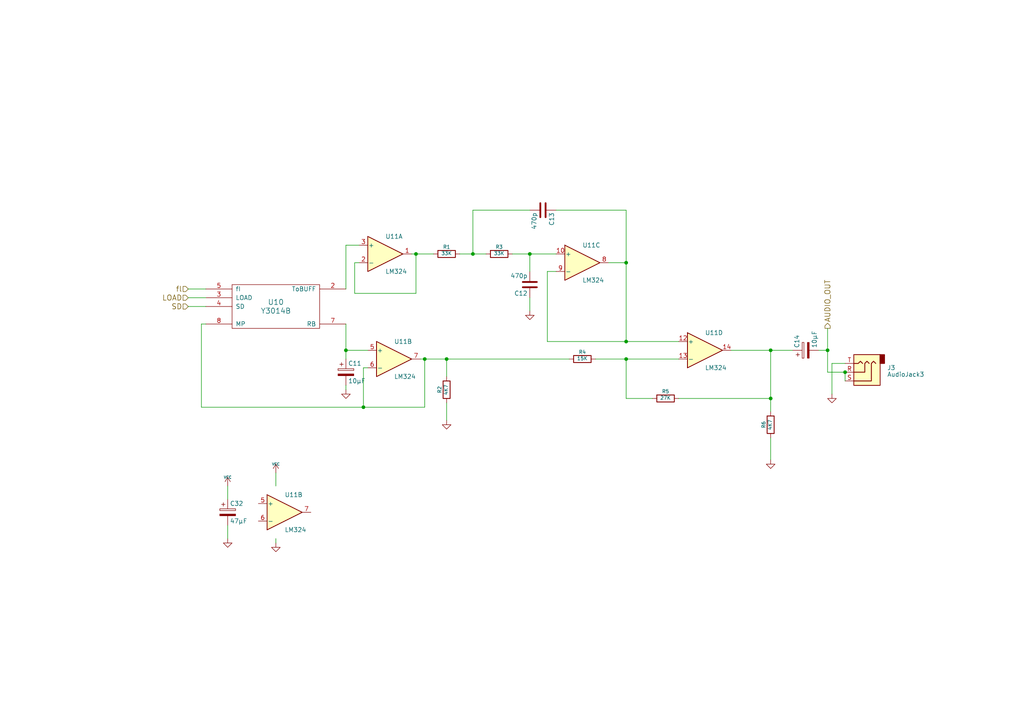
<source format=kicad_sch>
(kicad_sch (version 20230121) (generator eeschema)
  (paper "A4")
  (lib_symbols
    (symbol "Amplifier_Operational:LM324" (pin_names (offset 0.127))
      (property "Reference" "U" (at 0 5.08 0))
      (property "Value" "LM324" (at 0 -5.08 0))
      (symbol "LM324_1_1"
        (polyline (pts (xy -5.08 5.08) (xy 5.08 0) (xy -5.08 -5.08) (xy -5.08 5.08)) (stroke (width 0.254)) (fill (type background)))
        (pin output line (at 7.62 0 180) (length 2.54) (name "~") (number "1"))
        (pin input line (at -7.62 -2.54 0) (length 2.54) (name "-") (number "2"))
        (pin input line (at -7.62 2.54 0) (length 2.54) (name "+") (number "3"))
      )
      (symbol "LM324_2_1"
        (polyline (pts (xy -5.08 5.08) (xy 5.08 0) (xy -5.08 -5.08) (xy -5.08 5.08)) (stroke (width 0.254)) (fill (type background)))
        (pin input line (at -7.62 2.54 0) (length 2.54) (name "+") (number "5"))
        (pin input line (at -7.62 -2.54 0) (length 2.54) (name "-") (number "6"))
        (pin output line (at 7.62 0 180) (length 2.54) (name "~") (number "7"))
      )
      (symbol "LM324_3_1"
        (polyline (pts (xy -5.08 5.08) (xy 5.08 0) (xy -5.08 -5.08) (xy -5.08 5.08)) (stroke (width 0.254)) (fill (type background)))
        (pin input line (at -7.62 2.54 0) (length 2.54) (name "+") (number "10"))
        (pin output line (at 7.62 0 180) (length 2.54) (name "~") (number "8"))
        (pin input line (at -7.62 -2.54 0) (length 2.54) (name "-") (number "9"))
      )
      (symbol "LM324_4_1"
        (polyline (pts (xy -5.08 5.08) (xy 5.08 0) (xy -5.08 -5.08) (xy -5.08 5.08)) (stroke (width 0.254)) (fill (type background)))
        (pin input line (at -7.62 2.54 0) (length 2.54) (name "+") (number "12"))
        (pin input line (at -7.62 -2.54 0) (length 2.54) (name "-") (number "13"))
        (pin output line (at 7.62 0 180) (length 2.54) (name "~") (number "14"))
      )
      (symbol "LM324_5_1"
        (pin power_in line (at -2.54 -7.62 90) (length 3.81) (name "V-") (number "11"))
        (pin power_in line (at -2.54 7.62 270) (length 3.81) (name "V+") (number "4"))
      )
    )
    (symbol "Connector_Audio:AudioJack3"
      (property "Reference" "J" (at 0 8.89 0))
      (property "Value" "AudioJack3" (at 0 6.35 0))
      (symbol "AudioJack3_0_1"
        (rectangle (start -5.08 -5.08) (end -6.35 -2.54) (stroke (width 0.254)) (fill (type outline)))
        (polyline (pts (xy 0 -2.54) (xy 0.635 -3.175) (xy 1.27 -2.54) (xy 2.54 -2.54)) (stroke (width 0.254)))
        (polyline (pts (xy -1.905 -2.54) (xy -1.27 -3.175) (xy -0.635 -2.54) (xy -0.635 0) (xy 2.54 0)) (stroke (width 0.254)))
        (polyline (pts (xy 2.54 2.54) (xy -2.54 2.54) (xy -2.54 -2.54) (xy -3.175 -3.175) (xy -3.81 -2.54)) (stroke (width 0.254)))
        (rectangle (start 2.54 3.81) (end -5.08 -5.08) (stroke (width 0.254)) (fill (type background)))
      )
      (symbol "AudioJack3_1_1"
        (pin passive line (at 5.08 0 180) (length 2.54) (name "~") (number "R"))
        (pin passive line (at 5.08 2.54 180) (length 2.54) (name "~") (number "S"))
        (pin passive line (at 5.08 -2.54 180) (length 2.54) (name "~") (number "T"))
      )
    )
    (symbol "Device:C" (pin_numbers hide) (pin_names (offset 0.254))
      (property "Reference" "C" (at 0.635 2.54 0))
      (property "Value" "C" (at 0.635 -2.54 0))
      (symbol "C_0_1"
        (polyline (pts (xy -2.032 -0.762) (xy 2.032 -0.762)) (stroke (width 0.508)))
        (polyline (pts (xy -2.032 0.762) (xy 2.032 0.762)) (stroke (width 0.508)))
      )
      (symbol "C_1_1"
        (pin passive line (at 0 3.81 270) (length 2.794) (name "~") (number "1"))
        (pin passive line (at 0 -3.81 90) (length 2.794) (name "~") (number "2"))
      )
    )
    (symbol "Device:C_Polarized" (pin_numbers hide) (pin_names (offset 0.254))
      (property "Reference" "C" (at 0.635 2.54 0))
      (property "Value" "C_Polarized" (at 0.635 -2.54 0))
      (symbol "C_Polarized_0_1"
        (rectangle (start -2.286 0.508) (end 2.286 1.016))
        (polyline (pts (xy -1.778 2.286) (xy -0.762 2.286)))
        (polyline (pts (xy -1.27 2.794) (xy -1.27 1.778)))
        (rectangle (start 2.286 -0.508) (end -2.286 -1.016) (fill (type outline)))
      )
      (symbol "C_Polarized_1_1"
        (pin passive line (at 0 3.81 270) (length 2.794) (name "~") (number "1"))
        (pin passive line (at 0 -3.81 90) (length 2.794) (name "~") (number "2"))
      )
    )
    (symbol "Device:R" (pin_numbers hide) (pin_names (offset 0))
      (property "Reference" "R" (at 2.032 0 90))
      (property "Value" "R" (at 0 0 90))
      (symbol "R_0_1"
        (rectangle (start -1.016 -2.54) (end 1.016 2.54) (stroke (width 0.254)))
      )
      (symbol "R_1_1"
        (pin passive line (at 0 3.81 270) (length 1.27) (name "~") (number "1"))
        (pin passive line (at 0 -3.81 90) (length 1.27) (name "~") (number "2"))
      )
    )
    (symbol "power:GND" (power) (pin_names (offset 0))
      (property "Value" "GND" (at 0 -3.81 0))
      (symbol "GND_0_1"
        (polyline (pts (xy 0 0) (xy 0 -1.27) (xy 1.27 -1.27) (xy 0 -2.54) (xy -1.27 -1.27) (xy 0 -1.27)))
      )
      (symbol "GND_1_1"
        (pin power_in line (at 0 0 270) (length 0) hide (name "GND") (number "1"))
      )
    )
    (symbol "power:VCC" (power) (pin_names (offset 0))
      (property "Value" "VCC" (at 0 3.81 0))
      (symbol "VCC_0_1"
        (polyline (pts (xy -0.762 1.27) (xy 0 2.54)))
        (polyline (pts (xy 0 0) (xy 0 2.54)))
        (polyline (pts (xy 0 2.54) (xy 0.762 1.27)))
      )
      (symbol "VCC_1_1"
        (pin power_in line (at 0 0 90) (length 0) hide (name "VCC") (number "1"))
      )
    )
    (symbol "yamaha_opl:Y3014B" (pin_names (offset 1.016))
      (property "Reference" "U" (at 0 1.27 0))
      (property "Value" "Y3014B" (at 0 -1.27 0))
      (symbol "Y3014B_0_1"
        (rectangle (start -12.7 6.35) (end 12.7 -6.35))
      )
      (symbol "Y3014B_1_1"
        (pin power_in line (at 0 6.35 270) (length 0) hide (name "VCC") (number "1"))
        (pin output line (at 20.32 5.08 180) (length 7.62) (name "ToBUFF") (number "2"))
        (pin input line (at -20.32 2.54 0) (length 7.62) (name "LOAD") (number "3"))
        (pin input line (at -20.32 0 0) (length 7.62) (name "SD") (number "4"))
        (pin input line (at -20.32 5.08 0) (length 7.62) (name "fI") (number "5"))
        (pin power_in line (at 0 -6.35 90) (length 0) hide (name "GND") (number "6"))
        (pin output line (at 20.32 -5.08 180) (length 7.62) (name "RB") (number "7"))
        (pin input line (at -20.32 -5.08 0) (length 7.62) (name "MP") (number "8"))
      )
    )
  )
  (junction (at 120.65 73.66))
  (junction (at 123.19 104.14))
  (junction (at 223.52 115.57))
  (junction (at 153.67 73.66))
  (junction (at 181.61 104.14))
  (junction (at 105.41 118.11))
  (junction (at 223.52 101.6))
  (junction (at 245.11 107.95))
  (junction (at 100.33 101.6))
  (junction (at 129.54 104.14))
  (junction (at 181.61 76.2))
  (junction (at 137.16 73.66))
  (junction (at 240.03 101.6))
  (junction (at 181.61 99.06))
  (wire (pts (xy 240.03 107.95) (xy 240.03 101.6)))
  (wire (pts (xy 181.61 115.57) (xy 189.23 115.57)))
  (wire (pts (xy 100.33 93.98) (xy 100.33 101.6)))
  (wire (pts (xy 54.61 83.82) (xy 59.69 83.82)))
  (wire (pts (xy 106.68 106.68) (xy 105.41 106.68)))
  (wire (pts (xy 119.38 73.66) (xy 120.65 73.66)))
  (wire (pts (xy 58.42 93.98) (xy 58.42 118.11)))
  (wire (pts (xy 181.61 99.06) (xy 196.85 99.06)))
  (wire (pts (xy 223.52 127) (xy 223.52 133.35)))
  (wire (pts (xy 105.41 106.68) (xy 105.41 118.11)))
  (wire (pts (xy 120.65 73.66) (xy 125.73 73.66)))
  (wire (pts (xy 241.3 105.41) (xy 241.3 114.3)))
  (wire (pts (xy 240.03 107.95) (xy 245.11 107.95)))
  (wire (pts (xy 105.41 118.11) (xy 123.19 118.11)))
  (wire (pts (xy 196.85 115.57) (xy 223.52 115.57)))
  (wire (pts (xy 172.72 104.14) (xy 181.61 104.14)))
  (wire (pts (xy 100.33 71.12) (xy 104.14 71.12)))
  (wire (pts (xy 121.92 104.14) (xy 123.19 104.14)))
  (wire (pts (xy 123.19 118.11) (xy 123.19 104.14)))
  (wire (pts (xy 54.61 88.9) (xy 59.69 88.9)))
  (wire (pts (xy 153.67 86.36) (xy 153.67 90.17)))
  (wire (pts (xy 102.87 76.2) (xy 102.87 85.09)))
  (wire (pts (xy 137.16 60.96) (xy 137.16 73.66)))
  (wire (pts (xy 133.35 73.66) (xy 137.16 73.66)))
  (wire (pts (xy 240.03 95.25) (xy 240.03 101.6)))
  (wire (pts (xy 100.33 83.82) (xy 100.33 71.12)))
  (wire (pts (xy 223.52 101.6) (xy 223.52 115.57)))
  (wire (pts (xy 80.01 156.21) (xy 80.01 157.48)))
  (wire (pts (xy 129.54 104.14) (xy 165.1 104.14)))
  (wire (pts (xy 120.65 85.09) (xy 120.65 73.66)))
  (wire (pts (xy 153.67 73.66) (xy 161.29 73.66)))
  (wire (pts (xy 237.49 101.6) (xy 240.03 101.6)))
  (wire (pts (xy 80.01 137.16) (xy 80.01 140.97)))
  (wire (pts (xy 100.33 101.6) (xy 106.68 101.6)))
  (wire (pts (xy 181.61 76.2) (xy 181.61 99.06)))
  (wire (pts (xy 129.54 104.14) (xy 129.54 109.22)))
  (wire (pts (xy 223.52 115.57) (xy 223.52 119.38)))
  (wire (pts (xy 148.59 73.66) (xy 153.67 73.66)))
  (wire (pts (xy 212.09 101.6) (xy 223.52 101.6)))
  (wire (pts (xy 158.75 78.74) (xy 158.75 99.06)))
  (wire (pts (xy 245.11 107.95) (xy 245.11 110.49)))
  (wire (pts (xy 153.67 60.96) (xy 137.16 60.96)))
  (wire (pts (xy 223.52 101.6) (xy 229.87 101.6)))
  (wire (pts (xy 161.29 60.96) (xy 181.61 60.96)))
  (wire (pts (xy 104.14 76.2) (xy 102.87 76.2)))
  (wire (pts (xy 100.33 113.03) (xy 100.33 111.76)))
  (wire (pts (xy 181.61 76.2) (xy 176.53 76.2)))
  (wire (pts (xy 129.54 116.84) (xy 129.54 121.92)))
  (wire (pts (xy 58.42 118.11) (xy 105.41 118.11)))
  (wire (pts (xy 100.33 101.6) (xy 100.33 104.14)))
  (wire (pts (xy 66.04 152.4) (xy 66.04 156.21)))
  (wire (pts (xy 59.69 93.98) (xy 58.42 93.98)))
  (wire (pts (xy 66.04 140.97) (xy 66.04 144.78)))
  (wire (pts (xy 181.61 104.14) (xy 181.61 115.57)))
  (wire (pts (xy 54.61 86.36) (xy 59.69 86.36)))
  (wire (pts (xy 123.19 104.14) (xy 129.54 104.14)))
  (wire (pts (xy 181.61 60.96) (xy 181.61 76.2)))
  (wire (pts (xy 153.67 78.74) (xy 153.67 73.66)))
  (wire (pts (xy 158.75 99.06) (xy 181.61 99.06)))
  (wire (pts (xy 161.29 78.74) (xy 158.75 78.74)))
  (wire (pts (xy 245.11 105.41) (xy 241.3 105.41)))
  (wire (pts (xy 102.87 85.09) (xy 120.65 85.09)))
  (wire (pts (xy 137.16 73.66) (xy 140.97 73.66)))
  (wire (pts (xy 181.61 104.14) (xy 196.85 104.14)))
  (hierarchical_label "LOAD" (shape input) (at 54.61 86.36 180) (effects (font (size 1.524 1.524))))
  (hierarchical_label "AUDIO_OUT" (shape output) (at 240.03 95.25 90) (effects (font (size 1.524 1.524))))
  (hierarchical_label "SD" (shape input) (at 54.61 88.9 180) (effects (font (size 1.524 1.524))))
  (hierarchical_label "fl" (shape input) (at 54.61 83.82 180) (effects (font (size 1.524 1.524))))
  (symbol (lib_id "Device:R") (at 168.91 104.14 90) (unit 1)
    (property "Reference" "R4" (at 168.91 102.108 90) (effects (font (size 1.016 1.016))))
    (property "Value" "15K" (at 168.8846 103.9622 90) (effects (font (size 1.016 1.016))))
    (property "Footprint" "Resistor_THT:R_Axial_DIN0204_L3.6mm_D1.6mm_P5.08mm_Horizontal" (effects hide))
    (instances (project "v9958" (path "" (reference "R4") (unit 1))) (project "sbc" (path "" (reference "R25") (unit 1))))
  )
  (symbol (lib_id "power:GND") (at 153.67 90.17 0) (unit 1)
    (property "Reference" "#PWR032" (effects hide))
    (property "Value" "GND" (effects hide))
    (instances (project "v9958" (path "" (reference "#PWR032") (unit 1))) (project "sbc" (path "" (reference "#PWR041") (unit 1))))
  )
  (symbol (lib_id "Connector_Audio:AudioJack3") (at 250.19 107.95 180) (unit 1)
    (property "Reference" "J3" (at 257.302 106.6713 0) (effects (justify right)))
    (property "Value" "AudioJack3" (at 257.302 108.5923 0) (effects (justify right)))
    (property "Footprint" "Connector_Audio:Jack_3.5mm_Lumberg_1503_07_Horizontal" (effects hide))
  )
  (symbol (lib_id "power:GND") (at 241.3 114.3 0) (unit 1)
    (property "Reference" "#PWR037" (effects hide))
    (property "Value" "GND" (effects hide))
    (instances (project "v9958" (path "" (reference "#PWR037") (unit 1))) (project "sbc" (path "" (reference "#PWR047") (unit 1))))
  )
  (symbol (lib_id "Amplifier_Operational:LM324") (at 204.47 101.6 0) (unit 4)
    (property "Reference" "U11" (at 204.47 96.52 0) (effects (justify left)))
    (property "Value" "LM324" (at 204.47 106.68 0) (effects (justify left)))
    (property "Footprint" "Package_DIP:DIP-14_W7.62mm_LongPads" (effects hide))
    (property "Datasheet" "http://www.ti.com/lit/ds/symlink/lm2902-n.pdf" (effects hide))
    (instances (project "v9958" (path "" (reference "U11") (unit 4))) (project "sbc" (path "" (reference "U26") (unit 4))))
  )
  (symbol (lib_id "power:GND") (at 223.52 133.35 0) (unit 1)
    (property "Reference" "#PWR035" (effects hide))
    (property "Value" "GND" (effects hide))
    (instances (project "v9958" (path "" (reference "#PWR035") (unit 1))) (project "sbc" (path "" (reference "#PWR046") (unit 1))))
  )
  (symbol (lib_id "Device:R") (at 144.78 73.66 90) (unit 1)
    (property "Reference" "R3" (at 144.78 71.628 90) (effects (font (size 1.016 1.016))))
    (property "Value" "33K" (at 144.7546 73.4822 90) (effects (font (size 1.016 1.016))))
    (property "Footprint" "Resistor_THT:R_Axial_DIN0204_L3.6mm_D1.6mm_P5.08mm_Horizontal" (effects hide))
    (instances (project "v9958" (path "" (reference "R3") (unit 1))) (project "sbc" (path "" (reference "R24") (unit 1))))
  )
  (symbol (lib_id "Device:R") (at 193.04 115.57 90) (unit 1)
    (property "Reference" "R5" (at 193.04 113.538 90) (effects (font (size 1.016 1.016))))
    (property "Value" "27K" (at 193.0146 115.3922 90) (effects (font (size 1.016 1.016))))
    (property "Footprint" "Resistor_THT:R_Axial_DIN0204_L3.6mm_D1.6mm_P5.08mm_Horizontal" (effects hide))
    (instances (project "v9958" (path "" (reference "R5") (unit 1))) (project "sbc" (path "" (reference "R26") (unit 1))))
  )
  (symbol (lib_id "Amplifier_Operational:LM324") (at 82.55 148.59 0) (unit 2)
    (property "Reference" "U11" (at 82.55 143.51 0) (effects (justify left)))
    (property "Value" "LM324" (at 82.55 153.67 0) (effects (justify left)))
    (property "Footprint" "Package_DIP:DIP-14_W7.62mm_LongPads" (effects hide))
    (property "Datasheet" "http://www.ti.com/lit/ds/symlink/lm2902-n.pdf" (effects hide))
    (instances (project "v9958" (path "" (reference "U11") (unit 2))) (project "sbc" (path "" (reference "U26") (unit 5))))
  )
  (symbol (lib_id "Device:C") (at 157.48 60.96 270) (unit 1)
    (property "Reference" "C13" (at 160.02 61.595 0) (effects (justify left)))
    (property "Value" "470p" (at 154.94 61.595 0) (effects (justify left)))
    (property "Footprint" "Capacitor_THT:C_Disc_D3.0mm_W2.0mm_P2.50mm" (effects hide))
    (instances (project "v9958" (path "" (reference "C13") (unit 1))) (project "sbc" (path "" (reference "C42") (unit 1))))
  )
  (symbol (lib_id "Device:R") (at 223.52 123.19 180) (unit 1)
    (property "Reference" "R6" (at 221.488 123.19 90) (effects (font (size 1.016 1.016))))
    (property "Value" "4K7" (at 223.3422 123.2154 90) (effects (font (size 1.016 1.016))))
    (property "Footprint" "Resistor_THT:R_Axial_DIN0204_L3.6mm_D1.6mm_P5.08mm_Horizontal" (effects hide))
    (instances (project "v9958" (path "" (reference "R6") (unit 1))) (project "sbc" (path "" (reference "R27") (unit 1))))
  )
  (symbol (lib_id "Device:C_Polarized") (at 100.33 107.95 0) (unit 1)
    (property "Reference" "C11" (at 100.965 105.41 0) (effects (justify left)))
    (property "Value" "10µF" (at 100.965 110.49 0) (effects (justify left)))
    (property "Footprint" "Capacitor_THT:CP_Radial_D5.0mm_P2.50mm" (effects hide))
    (instances (project "v9958" (path "" (reference "C11") (unit 1))) (project "sbc" (path "" (reference "C40") (unit 1))))
  )
  (symbol (lib_id "power:GND") (at 66.04 156.21 0) (unit 1)
    (property "Reference" "#PWR039" (effects hide))
    (property "Value" "GND" (effects hide))
    (instances (project "v9958" (path "" (reference "#PWR039") (unit 1))) (project "sbc" (path "" (reference "#PWR035") (unit 1))))
  )
  (symbol (lib_id "Amplifier_Operational:LM324") (at 168.91 76.2 0) (unit 3)
    (property "Reference" "U11" (at 168.91 71.12 0) (effects (justify left)))
    (property "Value" "LM324" (at 168.91 81.28 0) (effects (justify left)))
    (property "Footprint" "Package_DIP:DIP-14_W7.62mm_LongPads" (effects hide))
    (property "Datasheet" "http://www.ti.com/lit/ds/symlink/lm2902-n.pdf" (effects hide))
    (instances (project "v9958" (path "" (reference "U11") (unit 3))) (project "sbc" (path "" (reference "U26") (unit 3))))
  )
  (symbol (lib_id "power:VCC") (at 66.04 140.97 0) (unit 1)
    (property "Reference" "#PWR038" (effects hide))
    (property "Value" "VCC" (at 66.04 138.43 0) (effects (font (size 0.762 0.762))))
    (instances (project "v9958" (path "" (reference "#PWR038") (unit 1))) (project "sbc" (path "" (reference "#PWR034") (unit 1))))
  )
  (symbol (lib_id "power:VCC") (at 80.01 137.16 0) (unit 1)
    (property "Reference" "#PWR028" (effects hide))
    (property "Value" "VCC" (at 80.01 134.62 0) (effects (font (size 0.762 0.762))))
    (instances (project "v9958" (path "" (reference "#PWR028") (unit 1))) (project "sbc" (path "" (reference "#PWR038") (unit 1))))
  )
  (symbol (lib_id "Amplifier_Operational:LM324") (at 114.3 104.14 0) (unit 2)
    (property "Reference" "U11" (at 114.3 99.06 0) (effects (justify left)))
    (property "Value" "LM324" (at 114.3 109.22 0) (effects (justify left)))
    (property "Footprint" "Package_DIP:DIP-14_W7.62mm_LongPads" (effects hide))
    (property "Datasheet" "http://www.ti.com/lit/ds/symlink/lm2902-n.pdf" (effects hide))
    (instances (project "v9958" (path "" (reference "U11") (unit 2))) (project "sbc" (path "" (reference "U26") (unit 2))))
  )
  (symbol (lib_id "power:GND") (at 80.01 157.48 0) (unit 1)
    (property "Reference" "#PWR027" (effects hide))
    (property "Value" "GND" (effects hide))
    (instances (project "v9958" (path "" (reference "#PWR027") (unit 1))) (project "sbc" (path "" (reference "#PWR039") (unit 1))))
  )
  (symbol (lib_id "Device:C_Polarized") (at 66.04 148.59 0) (unit 1)
    (property "Reference" "C32" (at 66.675 146.05 0) (effects (justify left)))
    (property "Value" "47µF" (at 66.675 151.13 0) (effects (justify left)))
    (property "Footprint" "Capacitor_THT:CP_Radial_D4.0mm_P2.00mm" (effects hide))
    (instances (project "v9958" (path "" (reference "C32") (unit 1))) (project "sbc" (path "" (reference "C39") (unit 1))))
  )
  (symbol (lib_id "Device:C") (at 153.67 82.55 180) (unit 1)
    (property "Reference" "C12" (at 153.035 85.09 0) (effects (justify left)))
    (property "Value" "470p" (at 153.035 80.01 0) (effects (justify left)))
    (property "Footprint" "Capacitor_THT:C_Disc_D3.0mm_W2.0mm_P2.50mm" (effects hide))
    (instances (project "v9958" (path "" (reference "C12") (unit 1))) (project "sbc" (path "" (reference "C41") (unit 1))))
  )
  (symbol (lib_id "Amplifier_Operational:LM324") (at 111.76 73.66 0) (unit 1)
    (property "Reference" "U11" (at 111.76 68.58 0) (effects (justify left)))
    (property "Value" "LM324" (at 111.76 78.74 0) (effects (justify left)))
    (property "Footprint" "Package_DIP:DIP-14_W7.62mm_LongPads" (effects hide))
    (property "Datasheet" "http://www.ti.com/lit/ds/symlink/lm2902-n.pdf" (effects hide))
    (instances (project "v9958" (path "" (reference "U11") (unit 1))) (project "sbc" (path "" (reference "U26") (unit 1))))
  )
  (symbol (lib_id "Device:R") (at 129.54 113.03 180) (unit 1)
    (property "Reference" "R2" (at 127.508 113.03 90) (effects (font (size 1.016 1.016))))
    (property "Value" "4K7" (at 129.3622 113.0554 90) (effects (font (size 1.016 1.016))))
    (property "Footprint" "Resistor_THT:R_Axial_DIN0204_L3.6mm_D1.6mm_P5.08mm_Horizontal" (effects hide))
    (instances (project "v9958" (path "" (reference "R2") (unit 1))) (project "sbc" (path "" (reference "R23") (unit 1))))
  )
  (symbol (lib_id "yamaha_opl:Y3014B") (at 80.01 88.9 0) (unit 1)
    (property "Reference" "U10" (at 80.01 87.63 0) (effects (font (size 1.524 1.524))))
    (property "Value" "Y3014B" (at 80.01 90.17 0) (effects (font (size 1.524 1.524))))
    (property "Footprint" "Package_DIP:DIP-8_W7.62mm_LongPads" (effects hide))
    (instances (project "v9958" (path "" (reference "U10") (unit 1))) (project "sbc" (path "" (reference "U25") (unit 1))))
  )
  (symbol (lib_id "power:GND") (at 129.54 121.92 0) (unit 1)
    (property "Reference" "#PWR026" (effects hide))
    (property "Value" "GND" (effects hide))
    (instances (project "v9958" (path "" (reference "#PWR026") (unit 1))) (project "sbc" (path "" (reference "#PWR040") (unit 1))))
  )
  (symbol (lib_id "Device:R") (at 129.54 73.66 90) (unit 1)
    (property "Reference" "R1" (at 129.54 71.628 90) (effects (font (size 1.016 1.016))))
    (property "Value" "33K" (at 129.5146 73.4822 90) (effects (font (size 1.016 1.016))))
    (property "Footprint" "Resistor_THT:R_Axial_DIN0204_L3.6mm_D1.6mm_P5.08mm_Horizontal" (effects hide))
    (instances (project "v9958" (path "" (reference "R1") (unit 1))) (project "sbc" (path "" (reference "R14") (unit 1))))
  )
  (symbol (lib_id "Device:C_Polarized") (at 233.68 101.6 90) (unit 1)
    (property "Reference" "C14" (at 231.14 100.965 0) (effects (justify left)))
    (property "Value" "10µF" (at 236.22 100.965 0) (effects (justify left)))
    (property "Footprint" "Capacitor_THT:CP_Radial_D5.0mm_P2.50mm" (effects hide))
    (instances (project "v9958" (path "" (reference "C14") (unit 1))) (project "sbc" (path "" (reference "C43") (unit 1))))
  )
  (symbol (lib_id "power:GND") (at 100.33 113.03 0) (unit 1)
    (property "Reference" "#PWR025" (effects hide))
    (property "Value" "GND" (effects hide))
    (instances (project "v9958" (path "" (reference "#PWR025") (unit 1))) (project "sbc" (path "" (reference "#PWR036") (unit 1))))
  )
)
</source>
